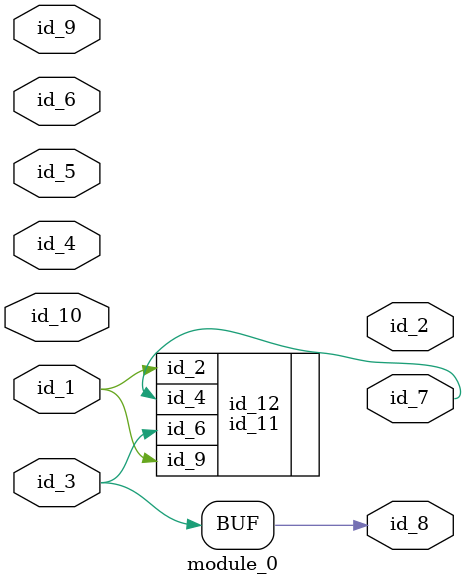
<source format=v>
module module_0 (
    id_1,
    id_2,
    id_3,
    id_4,
    id_5,
    id_6,
    id_7,
    id_8,
    id_9,
    id_10
);
  input id_10;
  input id_9;
  output id_8;
  output id_7;
  input id_6;
  input id_5;
  input id_4;
  input id_3;
  output id_2;
  input id_1;
  assign id_8 = id_3;
  id_11 id_12 (
      .id_6(id_8),
      .id_4(id_7),
      .id_2(id_1),
      .id_9(id_1)
  );
endmodule

</source>
